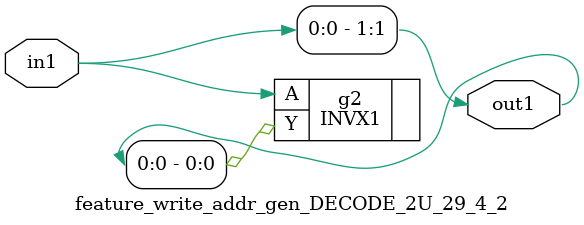
<source format=v>
`timescale 1ps / 1ps


module feature_write_addr_gen_DECODE_2U_29_4_2(in1, out1);
  input in1;
  output [1:0] out1;
  wire in1;
  wire [1:0] out1;
  assign out1[1] = in1;
  INVX1 g2(.A (in1), .Y (out1[0]));
endmodule



</source>
